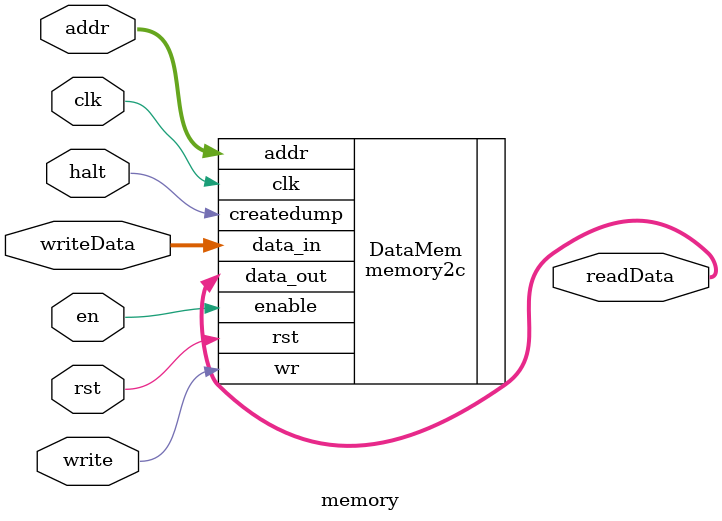
<source format=v>
module memory(readData, addr, writeData, en, write, halt, clk, rst);

    input [15:0] addr, writeData;
    input en, write, halt, clk, rst;
    output [15:0] readData; 
    
    // instruction mem
    memory2c DataMem( 	.data_out(readData),
                        .data_in(writeData),
                        .addr(addr),
                        .enable(en),
                        .wr(write),
                        .createdump(halt),
                        .clk(clk),
                        .rst(rst)
                    );


endmodule
</source>
